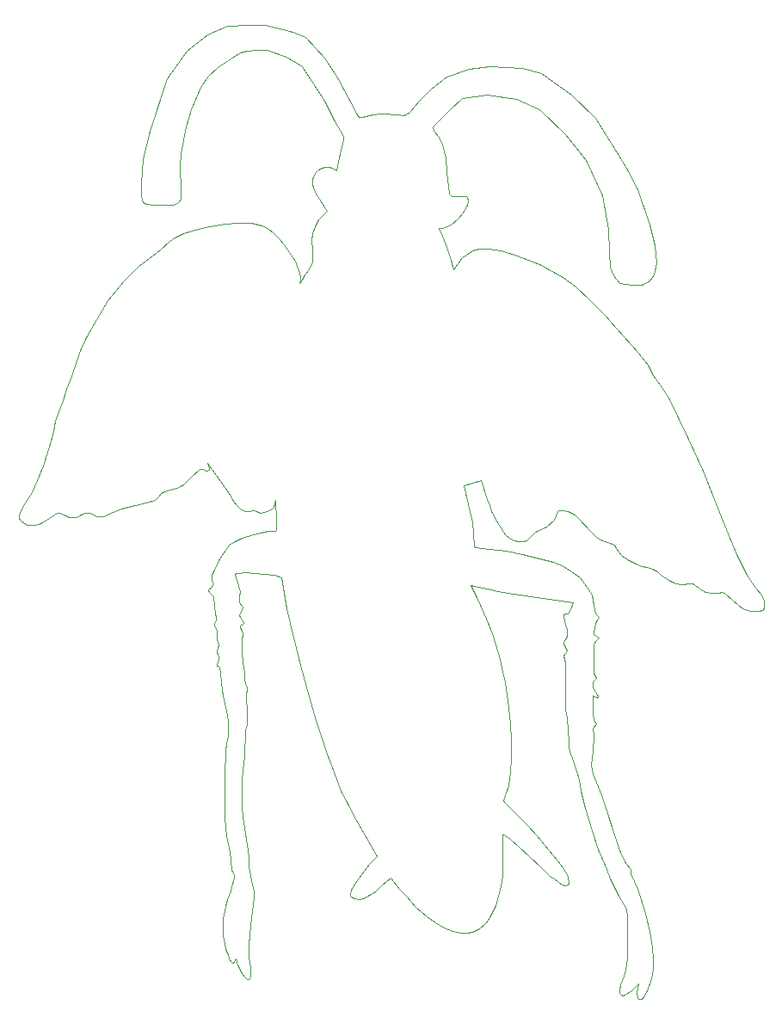
<source format=gm1>
G04 #@! TF.GenerationSoftware,KiCad,Pcbnew,5.1.4-e60b266~84~ubuntu19.04.1*
G04 #@! TF.CreationDate,2019-08-17T12:08:50-07:00*
G04 #@! TF.ProjectId,trevor2,74726576-6f72-4322-9e6b-696361645f70,rev?*
G04 #@! TF.SameCoordinates,Original*
G04 #@! TF.FileFunction,Profile,NP*
%FSLAX46Y46*%
G04 Gerber Fmt 4.6, Leading zero omitted, Abs format (unit mm)*
G04 Created by KiCad (PCBNEW 5.1.4-e60b266~84~ubuntu19.04.1) date 2019-08-17 12:08:50*
%MOMM*%
%LPD*%
G04 APERTURE LIST*
%ADD10C,0.050000*%
G04 APERTURE END LIST*
D10*
X142550000Y-68300000D02*
X142900000Y-67850000D01*
X154400000Y-69150000D02*
X154750000Y-69100000D01*
X134800000Y-142050000D02*
X135000000Y-142400000D01*
X134600000Y-141550000D02*
X134800000Y-142050000D01*
X134400000Y-140950000D02*
X134600000Y-141550000D01*
X134250000Y-141250000D02*
X134400000Y-140950000D01*
X134100000Y-141400000D02*
X134250000Y-141250000D01*
X134050000Y-141400000D02*
X134100000Y-141400000D01*
X133950000Y-141300000D02*
X134050000Y-141400000D01*
X174250000Y-145000000D02*
X174450000Y-144900000D01*
X174050000Y-145000000D02*
X174250000Y-145000000D01*
X173900000Y-144850000D02*
X174050000Y-145000000D01*
X173850000Y-144300000D02*
X173900000Y-144850000D01*
X174050000Y-143450000D02*
X173850000Y-144300000D01*
X173300000Y-144150000D02*
X174050000Y-143450000D01*
X172700000Y-144550000D02*
X173300000Y-144150000D01*
X172450000Y-144600000D02*
X172700000Y-144550000D01*
X172300000Y-144550000D02*
X172450000Y-144600000D01*
X172150000Y-144400000D02*
X172300000Y-144550000D01*
X160950000Y-99300000D02*
X160750000Y-99000000D01*
X161300000Y-99600000D02*
X160950000Y-99300000D01*
X161750000Y-99800000D02*
X161300000Y-99600000D01*
X162250000Y-99900000D02*
X161750000Y-99800000D01*
X162700000Y-99900000D02*
X162250000Y-99900000D01*
X163000000Y-99800000D02*
X162700000Y-99900000D01*
X163200000Y-99650000D02*
X163000000Y-99800000D01*
X163450000Y-99400000D02*
X163200000Y-99650000D01*
X150400000Y-57950000D02*
X150050000Y-57900000D01*
X150850000Y-58000000D02*
X150400000Y-57950000D01*
X151150000Y-57950000D02*
X150850000Y-58000000D01*
X151500000Y-57650000D02*
X151150000Y-57950000D01*
X152450000Y-56600000D02*
X151500000Y-57650000D01*
X153650000Y-55350000D02*
X152450000Y-56600000D01*
X155150000Y-54200000D02*
X153650000Y-55350000D01*
X157350000Y-53450000D02*
X155150000Y-54200000D01*
X159400000Y-53200000D02*
X157350000Y-53450000D01*
X162600000Y-53400000D02*
X159400000Y-53200000D01*
X164450000Y-53900000D02*
X162600000Y-53400000D01*
X167450000Y-56000000D02*
X164450000Y-53900000D01*
X169800000Y-58250000D02*
X167450000Y-56000000D01*
X172850000Y-63200000D02*
X169800000Y-58250000D01*
X173950000Y-65300000D02*
X172850000Y-63200000D01*
X175150000Y-68800000D02*
X173950000Y-65300000D01*
X149200000Y-57850000D02*
X150050000Y-57900000D01*
X148600000Y-57850000D02*
X149200000Y-57850000D01*
X147850000Y-57950000D02*
X148600000Y-57850000D01*
X147500000Y-58000000D02*
X147850000Y-57950000D01*
X147200000Y-58100000D02*
X147500000Y-58000000D01*
X146850000Y-58200000D02*
X147200000Y-58100000D01*
X146600000Y-58200000D02*
X146850000Y-58200000D01*
X146450000Y-58100000D02*
X146600000Y-58200000D01*
X146300000Y-57950000D02*
X146450000Y-58100000D01*
X145600000Y-56500000D02*
X146300000Y-57950000D01*
X144350000Y-54250000D02*
X145600000Y-56500000D01*
X143100000Y-52350000D02*
X144350000Y-54250000D01*
X141250000Y-50300000D02*
X143100000Y-52350000D01*
X139950000Y-49800000D02*
X141250000Y-50300000D01*
X137350000Y-49100000D02*
X139950000Y-49800000D01*
X135550000Y-49100000D02*
X137350000Y-49100000D01*
X133550000Y-49250000D02*
X135550000Y-49100000D01*
X131600000Y-50100000D02*
X133550000Y-49250000D01*
X129600000Y-51700000D02*
X131600000Y-50100000D01*
X127600000Y-54400000D02*
X129600000Y-51700000D01*
X125900000Y-59500000D02*
X127600000Y-54400000D01*
X125250000Y-62300000D02*
X125900000Y-59500000D01*
X125100000Y-64600000D02*
X125250000Y-62300000D01*
X125100000Y-66000000D02*
X125100000Y-64600000D01*
X125250000Y-66550000D02*
X125100000Y-66000000D01*
X125550000Y-66750000D02*
X125250000Y-66550000D01*
X126350000Y-66850000D02*
X125550000Y-66750000D01*
X144950000Y-60150000D02*
X145000000Y-60450000D01*
X144850000Y-59850000D02*
X144950000Y-60150000D01*
X144150000Y-58600000D02*
X144850000Y-59850000D01*
X143100000Y-56600000D02*
X144150000Y-58600000D01*
X140900000Y-53200000D02*
X143100000Y-56600000D01*
X139350000Y-52250000D02*
X140900000Y-53200000D01*
X137400000Y-51600000D02*
X139350000Y-52250000D01*
X136350000Y-51550000D02*
X137400000Y-51600000D01*
X135500000Y-51650000D02*
X136350000Y-51550000D01*
X134850000Y-51850000D02*
X135500000Y-51650000D01*
X133900000Y-52400000D02*
X134850000Y-51850000D01*
X132600000Y-53300000D02*
X133900000Y-52400000D01*
X131700000Y-54100000D02*
X132600000Y-53300000D01*
X130900000Y-55200000D02*
X131700000Y-54100000D01*
X130000000Y-57400000D02*
X130900000Y-55200000D01*
X129500000Y-59150000D02*
X130000000Y-57400000D01*
X129000000Y-61700000D02*
X129500000Y-59150000D01*
X128850000Y-63100000D02*
X129000000Y-61700000D01*
X128950000Y-65150000D02*
X128850000Y-63100000D01*
X128950000Y-66200000D02*
X128950000Y-65150000D01*
X128700000Y-66600000D02*
X128950000Y-66200000D01*
X128300000Y-66800000D02*
X128700000Y-66600000D01*
X127150000Y-66850000D02*
X128300000Y-66800000D01*
X126350000Y-66850000D02*
X127150000Y-66850000D01*
X144750000Y-61400000D02*
X145000000Y-60450000D01*
X144500000Y-62550000D02*
X144750000Y-61400000D01*
X144300000Y-63400000D02*
X144500000Y-62550000D01*
X143850000Y-63200000D02*
X144300000Y-63400000D01*
X143500000Y-63100000D02*
X143850000Y-63200000D01*
X143200000Y-63100000D02*
X143500000Y-63100000D01*
X142850000Y-63200000D02*
X143200000Y-63100000D01*
X142550000Y-63350000D02*
X142850000Y-63200000D01*
X142300000Y-63600000D02*
X142550000Y-63350000D01*
X142050000Y-64050000D02*
X142300000Y-63600000D01*
X141950000Y-64400000D02*
X142050000Y-64050000D01*
X141950000Y-64750000D02*
X141950000Y-64400000D01*
X142000000Y-65150000D02*
X141950000Y-64750000D01*
X142250000Y-65700000D02*
X142000000Y-65150000D01*
X142600000Y-66250000D02*
X142250000Y-65700000D01*
X143200000Y-67150000D02*
X142600000Y-66250000D01*
X143350000Y-67450000D02*
X143200000Y-67150000D01*
X142900000Y-67850000D02*
X143350000Y-67450000D01*
X142150000Y-68950000D02*
X142550000Y-68300000D01*
X141900000Y-69600000D02*
X142150000Y-68950000D01*
X141850000Y-70300000D02*
X141900000Y-69600000D01*
X141900000Y-71200000D02*
X141850000Y-70300000D01*
X141950000Y-71650000D02*
X141900000Y-71200000D01*
X141950000Y-72100000D02*
X141950000Y-71650000D01*
X141900000Y-72450000D02*
X141950000Y-72100000D01*
X141550000Y-73150000D02*
X141900000Y-72450000D01*
X141200000Y-73700000D02*
X141550000Y-73150000D01*
X140900000Y-74150000D02*
X141200000Y-73700000D01*
X140650000Y-74500000D02*
X140900000Y-74150000D01*
X140700000Y-74300000D02*
X140650000Y-74500000D01*
X140700000Y-73850000D02*
X140700000Y-74300000D01*
X140550000Y-73250000D02*
X140700000Y-73850000D01*
X140400000Y-72800000D02*
X140550000Y-73250000D01*
X140200000Y-72350000D02*
X140400000Y-72800000D01*
X140000000Y-71950000D02*
X140200000Y-72350000D01*
X139500000Y-71200000D02*
X140000000Y-71950000D01*
X139150000Y-70750000D02*
X139500000Y-71200000D01*
X138600000Y-70100000D02*
X139150000Y-70750000D01*
X138100000Y-69600000D02*
X138600000Y-70100000D01*
X137500000Y-69100000D02*
X138100000Y-69600000D01*
X136900000Y-68850000D02*
X137500000Y-69100000D01*
X135950000Y-68600000D02*
X136900000Y-68850000D01*
X134600000Y-68600000D02*
X135950000Y-68600000D01*
X133300000Y-68700000D02*
X134600000Y-68600000D01*
X131300000Y-69050000D02*
X133300000Y-68700000D01*
X130050000Y-69400000D02*
X131300000Y-69050000D01*
X129200000Y-69650000D02*
X130050000Y-69400000D01*
X128400000Y-70000000D02*
X129200000Y-69650000D01*
X127900000Y-70350000D02*
X128400000Y-70000000D01*
X126900000Y-71200000D02*
X127900000Y-70350000D01*
X126200000Y-71800000D02*
X126900000Y-71200000D01*
X125500000Y-72350000D02*
X126200000Y-71800000D01*
X125200000Y-72550000D02*
X125500000Y-72350000D01*
X124800000Y-72850000D02*
X125200000Y-72550000D01*
X124450000Y-73150000D02*
X124800000Y-72850000D01*
X123350000Y-74300000D02*
X124450000Y-73150000D01*
X122500000Y-75300000D02*
X123350000Y-74300000D01*
X121800000Y-76200000D02*
X122500000Y-75300000D01*
X121200000Y-77200000D02*
X121800000Y-76200000D01*
X120400000Y-78500000D02*
X121200000Y-77200000D01*
X119650000Y-79900000D02*
X120400000Y-78500000D01*
X119100000Y-81150000D02*
X119650000Y-79900000D01*
X118200000Y-83700000D02*
X119100000Y-81150000D01*
X117750000Y-84900000D02*
X118200000Y-83700000D01*
X117250000Y-86300000D02*
X117750000Y-84900000D01*
X116950000Y-87150000D02*
X117250000Y-86300000D01*
X116650000Y-88050000D02*
X116950000Y-87150000D01*
X116400000Y-89100000D02*
X116650000Y-88050000D01*
X116300000Y-89650000D02*
X116400000Y-89100000D01*
X116200000Y-90000000D02*
X116300000Y-89650000D01*
X115950000Y-90850000D02*
X116200000Y-90000000D01*
X115400000Y-92500000D02*
X115950000Y-90850000D01*
X114850000Y-93950000D02*
X115400000Y-92500000D01*
X114300000Y-95100000D02*
X114850000Y-93950000D01*
X113500000Y-96350000D02*
X114300000Y-95100000D01*
X113100000Y-97100000D02*
X113500000Y-96350000D01*
X113050000Y-97400000D02*
X113100000Y-97100000D01*
X113050000Y-97650000D02*
X113050000Y-97400000D01*
X113100000Y-97800000D02*
X113050000Y-97650000D01*
X113300000Y-98000000D02*
X113100000Y-97800000D01*
X113450000Y-98100000D02*
X113300000Y-98000000D01*
X113850000Y-98300000D02*
X113450000Y-98100000D01*
X114250000Y-98350000D02*
X113850000Y-98300000D01*
X114600000Y-98300000D02*
X114250000Y-98350000D01*
X115000000Y-98200000D02*
X114600000Y-98300000D01*
X115350000Y-98050000D02*
X115000000Y-98200000D01*
X115750000Y-97850000D02*
X115350000Y-98050000D01*
X116300000Y-97450000D02*
X115750000Y-97850000D01*
X116750000Y-97150000D02*
X116300000Y-97450000D01*
X117050000Y-97150000D02*
X116750000Y-97150000D01*
X117450000Y-97300000D02*
X117050000Y-97150000D01*
X117950000Y-97550000D02*
X117450000Y-97300000D01*
X118750000Y-97550000D02*
X117950000Y-97550000D01*
X119000000Y-97400000D02*
X118750000Y-97550000D01*
X119350000Y-97200000D02*
X119000000Y-97400000D01*
X119600000Y-97100000D02*
X119350000Y-97200000D01*
X119850000Y-97100000D02*
X119600000Y-97100000D01*
X120050000Y-97150000D02*
X119850000Y-97100000D01*
X120350000Y-97300000D02*
X120050000Y-97150000D01*
X120800000Y-97500000D02*
X120350000Y-97300000D01*
X121200000Y-97500000D02*
X120800000Y-97500000D01*
X121450000Y-97450000D02*
X121200000Y-97500000D01*
X121900000Y-97250000D02*
X121450000Y-97450000D01*
X123150000Y-96750000D02*
X121900000Y-97250000D01*
X124500000Y-96400000D02*
X123150000Y-96750000D01*
X125600000Y-96150000D02*
X124500000Y-96400000D01*
X126400000Y-95850000D02*
X125600000Y-96150000D01*
X126750000Y-95550000D02*
X126400000Y-95850000D01*
X127050000Y-95150000D02*
X126750000Y-95550000D01*
X127350000Y-95000000D02*
X127050000Y-95150000D01*
X127600000Y-94950000D02*
X127350000Y-95000000D01*
X128200000Y-94800000D02*
X127600000Y-94950000D01*
X128600000Y-94700000D02*
X128200000Y-94800000D01*
X128900000Y-94550000D02*
X128600000Y-94700000D01*
X129250000Y-94300000D02*
X128900000Y-94550000D01*
X129950000Y-93600000D02*
X129250000Y-94300000D01*
X130800000Y-92850000D02*
X129950000Y-93600000D01*
X131050000Y-92850000D02*
X130800000Y-92850000D01*
X131550000Y-92950000D02*
X131050000Y-92850000D01*
X131750000Y-92900000D02*
X131550000Y-92950000D01*
X131800000Y-92750000D02*
X131750000Y-92900000D01*
X131600000Y-92250000D02*
X131800000Y-92750000D01*
X133700000Y-95200000D02*
X131600000Y-92250000D01*
X134150000Y-95950000D02*
X133700000Y-95200000D01*
X134500000Y-96400000D02*
X134150000Y-95950000D01*
X134850000Y-96750000D02*
X134500000Y-96400000D01*
X135200000Y-96950000D02*
X134850000Y-96750000D01*
X135500000Y-97000000D02*
X135200000Y-96950000D01*
X135750000Y-96950000D02*
X135500000Y-97000000D01*
X136000000Y-96850000D02*
X135750000Y-96950000D01*
X136200000Y-96850000D02*
X136000000Y-96850000D01*
X136400000Y-97000000D02*
X136200000Y-96850000D01*
X136750000Y-97100000D02*
X136400000Y-97000000D01*
X137150000Y-97050000D02*
X136750000Y-97100000D01*
X137650000Y-96900000D02*
X137150000Y-97050000D01*
X137950000Y-96700000D02*
X137650000Y-96900000D01*
X138100000Y-96500000D02*
X137950000Y-96700000D01*
X138250000Y-95900000D02*
X138100000Y-96500000D01*
X138350000Y-97700000D02*
X138250000Y-95900000D01*
X138350000Y-98800000D02*
X138350000Y-97700000D01*
X138250000Y-98900000D02*
X138350000Y-98800000D01*
X138100000Y-98950000D02*
X138250000Y-98900000D01*
X137500000Y-98950000D02*
X138100000Y-98950000D01*
X136850000Y-99050000D02*
X137500000Y-98950000D01*
X136050000Y-99250000D02*
X136850000Y-99050000D01*
X135000000Y-99600000D02*
X136050000Y-99250000D01*
X134150000Y-100000000D02*
X135000000Y-99600000D01*
X133750000Y-100300000D02*
X134150000Y-100000000D01*
X133350000Y-100750000D02*
X133750000Y-100300000D01*
X132750000Y-101650000D02*
X133350000Y-100750000D01*
X132150000Y-102850000D02*
X132750000Y-101650000D01*
X132000000Y-103250000D02*
X132150000Y-102850000D01*
X132000000Y-103450000D02*
X132000000Y-103250000D01*
X132000000Y-103650000D02*
X132000000Y-103450000D01*
X132050000Y-103800000D02*
X132000000Y-103650000D01*
X132150000Y-104100000D02*
X132050000Y-103800000D01*
X131950000Y-104500000D02*
X132150000Y-104100000D01*
X131800000Y-104550000D02*
X131950000Y-104500000D01*
X131700000Y-104650000D02*
X131800000Y-104550000D01*
X131700000Y-104750000D02*
X131700000Y-104650000D01*
X131800000Y-104900000D02*
X131700000Y-104750000D01*
X132150000Y-105350000D02*
X131800000Y-104900000D01*
X132250000Y-106150000D02*
X132150000Y-105350000D01*
X132350000Y-107050000D02*
X132250000Y-106150000D01*
X132400000Y-107400000D02*
X132350000Y-107050000D01*
X132400000Y-107750000D02*
X132400000Y-107400000D01*
X132300000Y-107950000D02*
X132400000Y-107750000D01*
X132300000Y-108150000D02*
X132300000Y-107950000D01*
X132500000Y-108750000D02*
X132300000Y-108150000D01*
X132500000Y-109300000D02*
X132500000Y-108750000D01*
X132500000Y-109550000D02*
X132500000Y-109300000D01*
X132600000Y-109800000D02*
X132500000Y-109550000D01*
X132700000Y-110100000D02*
X132600000Y-109800000D01*
X132700000Y-110200000D02*
X132700000Y-110100000D01*
X132650000Y-110350000D02*
X132700000Y-110200000D01*
X132550000Y-110750000D02*
X132650000Y-110350000D01*
X132550000Y-110850000D02*
X132550000Y-110750000D01*
X132600000Y-111050000D02*
X132550000Y-110850000D01*
X132700000Y-111300000D02*
X132600000Y-111050000D01*
X132700000Y-111500000D02*
X132700000Y-111300000D01*
X132600000Y-111800000D02*
X132700000Y-111500000D01*
X132500000Y-112000000D02*
X132600000Y-111800000D01*
X132500000Y-112100000D02*
X132500000Y-112000000D01*
X132550000Y-112200000D02*
X132500000Y-112100000D01*
X132700000Y-112200000D02*
X132550000Y-112200000D01*
X132800000Y-112300000D02*
X132700000Y-112200000D01*
X132900000Y-112900000D02*
X132800000Y-112300000D01*
X133050000Y-114600000D02*
X132900000Y-112900000D01*
X133150000Y-115100000D02*
X133050000Y-114600000D01*
X133450000Y-116600000D02*
X133150000Y-115100000D01*
X133600000Y-117550000D02*
X133450000Y-116600000D01*
X133650000Y-118200000D02*
X133600000Y-117550000D01*
X133650000Y-119050000D02*
X133650000Y-118200000D01*
X133500000Y-119850000D02*
X133650000Y-119050000D01*
X133400000Y-120500000D02*
X133500000Y-119850000D01*
X133350000Y-121000000D02*
X133400000Y-120500000D01*
X133300000Y-122500000D02*
X133350000Y-121000000D01*
X133300000Y-123800000D02*
X133300000Y-122500000D01*
X133300000Y-125200000D02*
X133300000Y-123800000D01*
X133300000Y-126000000D02*
X133300000Y-125200000D01*
X133300000Y-126950000D02*
X133300000Y-126000000D01*
X133400000Y-128100000D02*
X133300000Y-126950000D01*
X133500000Y-128850000D02*
X133400000Y-128100000D01*
X133800000Y-130500000D02*
X133500000Y-128850000D01*
X133900000Y-131250000D02*
X133800000Y-130500000D01*
X133950000Y-132250000D02*
X133900000Y-131250000D01*
X134050000Y-132450000D02*
X133950000Y-132250000D01*
X134250000Y-132700000D02*
X134050000Y-132450000D01*
X134250000Y-133050000D02*
X134250000Y-132700000D01*
X134000000Y-133850000D02*
X134250000Y-133050000D01*
X133850000Y-134300000D02*
X134000000Y-133850000D01*
X133550000Y-135150000D02*
X133850000Y-134300000D01*
X133350000Y-135850000D02*
X133550000Y-135150000D01*
X133200000Y-136650000D02*
X133350000Y-135850000D01*
X133150000Y-136950000D02*
X133200000Y-136650000D01*
X133100000Y-137850000D02*
X133150000Y-136950000D01*
X133150000Y-138750000D02*
X133100000Y-137850000D01*
X133250000Y-139350000D02*
X133150000Y-138750000D01*
X133400000Y-140050000D02*
X133250000Y-139350000D01*
X133600000Y-140600000D02*
X133400000Y-140050000D01*
X133750000Y-140950000D02*
X133600000Y-140600000D01*
X133950000Y-141300000D02*
X133750000Y-140950000D01*
X135200000Y-142750000D02*
X135000000Y-142400000D01*
X135500000Y-143000000D02*
X135200000Y-142750000D01*
X135650000Y-143000000D02*
X135500000Y-143000000D01*
X135750000Y-142900000D02*
X135650000Y-143000000D01*
X135850000Y-142700000D02*
X135750000Y-142900000D01*
X135850000Y-142500000D02*
X135850000Y-142700000D01*
X135800000Y-141950000D02*
X135850000Y-142500000D01*
X135700000Y-140850000D02*
X135800000Y-141950000D01*
X135700000Y-139650000D02*
X135700000Y-140850000D01*
X135750000Y-138600000D02*
X135700000Y-139650000D01*
X135950000Y-136900000D02*
X135750000Y-138600000D01*
X136100000Y-135650000D02*
X135950000Y-136900000D01*
X136150000Y-134900000D02*
X136100000Y-135650000D01*
X136150000Y-134350000D02*
X136150000Y-134900000D01*
X136100000Y-133950000D02*
X136150000Y-134350000D01*
X135950000Y-133350000D02*
X136100000Y-133950000D01*
X135800000Y-132750000D02*
X135950000Y-133350000D01*
X135700000Y-131950000D02*
X135800000Y-132750000D01*
X135650000Y-131100000D02*
X135700000Y-131950000D01*
X135550000Y-130200000D02*
X135650000Y-131100000D01*
X135500000Y-129800000D02*
X135550000Y-130200000D01*
X135250000Y-128150000D02*
X135500000Y-129800000D01*
X135100000Y-127050000D02*
X135250000Y-128150000D01*
X135000000Y-126000000D02*
X135100000Y-127050000D01*
X135000000Y-123350000D02*
X135000000Y-126000000D01*
X135050000Y-122450000D02*
X135000000Y-123350000D01*
X135200000Y-121000000D02*
X135050000Y-122450000D01*
X135250000Y-120500000D02*
X135200000Y-121000000D01*
X135300000Y-119150000D02*
X135250000Y-120500000D01*
X135350000Y-118450000D02*
X135300000Y-119150000D01*
X135450000Y-117950000D02*
X135350000Y-118450000D01*
X135500000Y-117300000D02*
X135450000Y-117950000D01*
X135500000Y-116700000D02*
X135500000Y-117300000D01*
X135400000Y-115250000D02*
X135500000Y-116700000D01*
X135450000Y-114250000D02*
X135400000Y-115250000D01*
X135300000Y-113950000D02*
X135450000Y-114250000D01*
X135250000Y-113350000D02*
X135300000Y-113950000D01*
X135200000Y-112850000D02*
X135250000Y-113350000D01*
X135050000Y-111800000D02*
X135200000Y-112850000D01*
X134950000Y-110800000D02*
X135050000Y-111800000D01*
X134950000Y-109500000D02*
X134950000Y-110800000D01*
X135050000Y-109150000D02*
X134950000Y-109500000D01*
X135050000Y-108950000D02*
X135050000Y-109150000D01*
X135000000Y-108750000D02*
X135050000Y-108950000D01*
X134850000Y-108400000D02*
X135000000Y-108750000D01*
X134850000Y-108200000D02*
X134850000Y-108400000D01*
X135100000Y-108050000D02*
X134850000Y-108200000D01*
X135150000Y-107950000D02*
X135100000Y-108050000D01*
X135150000Y-107900000D02*
X135150000Y-107950000D01*
X134850000Y-107400000D02*
X135150000Y-107900000D01*
X134750000Y-107200000D02*
X134850000Y-107400000D01*
X134950000Y-106650000D02*
X134750000Y-107200000D01*
X135050000Y-106400000D02*
X134950000Y-106650000D01*
X135000000Y-106250000D02*
X135050000Y-106400000D01*
X134900000Y-106200000D02*
X135000000Y-106250000D01*
X134800000Y-106050000D02*
X134900000Y-106200000D01*
X134750000Y-105900000D02*
X134800000Y-106050000D01*
X134750000Y-105700000D02*
X134750000Y-105900000D01*
X134750000Y-105200000D02*
X134750000Y-105700000D01*
X134800000Y-105000000D02*
X134750000Y-105200000D01*
X134800000Y-104800000D02*
X134800000Y-105000000D01*
X134750000Y-104600000D02*
X134800000Y-104800000D01*
X134550000Y-104000000D02*
X134750000Y-104600000D01*
X134400000Y-103500000D02*
X134550000Y-104000000D01*
X134300000Y-103250000D02*
X134400000Y-103500000D01*
X134300000Y-103150000D02*
X134300000Y-103250000D01*
X134500000Y-103050000D02*
X134300000Y-103150000D01*
X135300000Y-103000000D02*
X134500000Y-103050000D01*
X137200000Y-103150000D02*
X135300000Y-103000000D01*
X138200000Y-103250000D02*
X137200000Y-103150000D01*
X138900000Y-103450000D02*
X138200000Y-103250000D01*
X139400000Y-106500000D02*
X138900000Y-103450000D01*
X139700000Y-107950000D02*
X139400000Y-106500000D01*
X140650000Y-111750000D02*
X139700000Y-107950000D01*
X141450000Y-114550000D02*
X140650000Y-111750000D01*
X142300000Y-117550000D02*
X141450000Y-114550000D01*
X143400000Y-120850000D02*
X142300000Y-117550000D01*
X144000000Y-122600000D02*
X143400000Y-120850000D01*
X144750000Y-124450000D02*
X144000000Y-122600000D01*
X145300000Y-125550000D02*
X144750000Y-124450000D01*
X146350000Y-127550000D02*
X145300000Y-125550000D01*
X147150000Y-129000000D02*
X146350000Y-127550000D01*
X148250000Y-130950000D02*
X147150000Y-129000000D01*
X147550000Y-131700000D02*
X148250000Y-130950000D01*
X146750000Y-132700000D02*
X147550000Y-131700000D01*
X146100000Y-133600000D02*
X146750000Y-132700000D01*
X145750000Y-134200000D02*
X146100000Y-133600000D01*
X145650000Y-134600000D02*
X145750000Y-134200000D01*
X145650000Y-134800000D02*
X145650000Y-134600000D01*
X145700000Y-134900000D02*
X145650000Y-134800000D01*
X146100000Y-135100000D02*
X145700000Y-134900000D01*
X146500000Y-135150000D02*
X146100000Y-135100000D01*
X146950000Y-135050000D02*
X146500000Y-135150000D01*
X147550000Y-134750000D02*
X146950000Y-135050000D01*
X148100000Y-134350000D02*
X147550000Y-134750000D01*
X148800000Y-133750000D02*
X148100000Y-134350000D01*
X149650000Y-133050000D02*
X148800000Y-133750000D01*
X150500000Y-134100000D02*
X149650000Y-133050000D01*
X151150000Y-134850000D02*
X150500000Y-134100000D01*
X152100000Y-135900000D02*
X151150000Y-134850000D01*
X153200000Y-136850000D02*
X152100000Y-135900000D01*
X154050000Y-137450000D02*
X153200000Y-136850000D01*
X154850000Y-137900000D02*
X154050000Y-137450000D01*
X155700000Y-138250000D02*
X154850000Y-137900000D01*
X156600000Y-138450000D02*
X155700000Y-138250000D01*
X157150000Y-138450000D02*
X156600000Y-138450000D01*
X157700000Y-138350000D02*
X157150000Y-138450000D01*
X158350000Y-138050000D02*
X157700000Y-138350000D01*
X158950000Y-137500000D02*
X158350000Y-138050000D01*
X159400000Y-136900000D02*
X158950000Y-137500000D01*
X159950000Y-135700000D02*
X159400000Y-136900000D01*
X160250000Y-134850000D02*
X159950000Y-135700000D01*
X160450000Y-133850000D02*
X160250000Y-134850000D01*
X160600000Y-132800000D02*
X160450000Y-133850000D01*
X160650000Y-131600000D02*
X160600000Y-132800000D01*
X160650000Y-130300000D02*
X160650000Y-131600000D01*
X160650000Y-128700000D02*
X160650000Y-130300000D01*
X161400000Y-129250000D02*
X160650000Y-128700000D01*
X162150000Y-129900000D02*
X161400000Y-129250000D01*
X163350000Y-131000000D02*
X162150000Y-129900000D01*
X164350000Y-131950000D02*
X163350000Y-131000000D01*
X165300000Y-132850000D02*
X164350000Y-131950000D01*
X165700000Y-133150000D02*
X165300000Y-132850000D01*
X166500000Y-133700000D02*
X165700000Y-133150000D01*
X166850000Y-133800000D02*
X166500000Y-133700000D01*
X167100000Y-133700000D02*
X166850000Y-133800000D01*
X167150000Y-133500000D02*
X167100000Y-133700000D01*
X167050000Y-132850000D02*
X167150000Y-133500000D01*
X166600000Y-132050000D02*
X167050000Y-132850000D01*
X166050000Y-131350000D02*
X166600000Y-132050000D01*
X165100000Y-130200000D02*
X166050000Y-131350000D01*
X164000000Y-128900000D02*
X165100000Y-130200000D01*
X163100000Y-127900000D02*
X164000000Y-128900000D01*
X161350000Y-126100000D02*
X163100000Y-127900000D01*
X160800000Y-125550000D02*
X161350000Y-126100000D01*
X160750000Y-125400000D02*
X160800000Y-125550000D01*
X161000000Y-124650000D02*
X160750000Y-125400000D01*
X161200000Y-123950000D02*
X161000000Y-124650000D01*
X161400000Y-122500000D02*
X161200000Y-123950000D01*
X161500000Y-121350000D02*
X161400000Y-122500000D01*
X161500000Y-119400000D02*
X161500000Y-121350000D01*
X161400000Y-117850000D02*
X161500000Y-119400000D01*
X161150000Y-115600000D02*
X161400000Y-117850000D01*
X160850000Y-113850000D02*
X161150000Y-115600000D01*
X160550000Y-112350000D02*
X160850000Y-113850000D01*
X160350000Y-111550000D02*
X160550000Y-112350000D01*
X159950000Y-110100000D02*
X160350000Y-111550000D01*
X159600000Y-109000000D02*
X159950000Y-110100000D01*
X159050000Y-107550000D02*
X159600000Y-109000000D01*
X158550000Y-106400000D02*
X159050000Y-107550000D01*
X158000000Y-105250000D02*
X158550000Y-106400000D01*
X157500000Y-104250000D02*
X158000000Y-105250000D01*
X157850000Y-104300000D02*
X157500000Y-104250000D01*
X159150000Y-104600000D02*
X157850000Y-104300000D01*
X160250000Y-104800000D02*
X159150000Y-104600000D01*
X161150000Y-105000000D02*
X160250000Y-104800000D01*
X164650000Y-105500000D02*
X161150000Y-105000000D01*
X167550000Y-105900000D02*
X164650000Y-105500000D01*
X167350000Y-106600000D02*
X167550000Y-105900000D01*
X167050000Y-107000000D02*
X167350000Y-106600000D01*
X166850000Y-107000000D02*
X167050000Y-107000000D01*
X166650000Y-107100000D02*
X166850000Y-107000000D01*
X166650000Y-107300000D02*
X166650000Y-107100000D01*
X166850000Y-108100000D02*
X166650000Y-107300000D01*
X166950000Y-108600000D02*
X166850000Y-108100000D01*
X166950000Y-109200000D02*
X166950000Y-108600000D01*
X166850000Y-109600000D02*
X166950000Y-109200000D01*
X166750000Y-109700000D02*
X166850000Y-109600000D01*
X166650000Y-109900000D02*
X166750000Y-109700000D01*
X166650000Y-110000000D02*
X166650000Y-109900000D01*
X166950000Y-110700000D02*
X166650000Y-110000000D01*
X166850000Y-110900000D02*
X166950000Y-110700000D01*
X166750000Y-111000000D02*
X166850000Y-110900000D01*
X166650000Y-111200000D02*
X166750000Y-111000000D01*
X166750000Y-111500000D02*
X166650000Y-111200000D01*
X166850000Y-111900000D02*
X166750000Y-111500000D01*
X166850000Y-113500000D02*
X166850000Y-111900000D01*
X166850000Y-115700000D02*
X166850000Y-113500000D01*
X166850000Y-116400000D02*
X166850000Y-115700000D01*
X166950000Y-117300000D02*
X166850000Y-116400000D01*
X167150000Y-119700000D02*
X166950000Y-117300000D01*
X167150000Y-120200000D02*
X167150000Y-119700000D01*
X167250000Y-120600000D02*
X167150000Y-120200000D01*
X167550000Y-121500000D02*
X167250000Y-120600000D01*
X167950000Y-122500000D02*
X167550000Y-121500000D01*
X168150000Y-123400000D02*
X167950000Y-122500000D01*
X168350000Y-124500000D02*
X168150000Y-123400000D01*
X168750000Y-126200000D02*
X168350000Y-124500000D01*
X169450000Y-128400000D02*
X168750000Y-126200000D01*
X170050000Y-130200000D02*
X169450000Y-128400000D01*
X170450000Y-131200000D02*
X170050000Y-130200000D01*
X170850000Y-132200000D02*
X170450000Y-131200000D01*
X171250000Y-133100000D02*
X170850000Y-132200000D01*
X171650000Y-134000000D02*
X171250000Y-133100000D01*
X172050000Y-134800000D02*
X171650000Y-134000000D01*
X172850000Y-136100000D02*
X172050000Y-134800000D01*
X172950000Y-136800000D02*
X172850000Y-136100000D01*
X172950000Y-140900000D02*
X172950000Y-136800000D01*
X172850000Y-141500000D02*
X172950000Y-140900000D01*
X172750000Y-142100000D02*
X172850000Y-141500000D01*
X172550000Y-142700000D02*
X172750000Y-142100000D01*
X172250000Y-143500000D02*
X172550000Y-142700000D01*
X172150000Y-144000000D02*
X172250000Y-143500000D01*
X172150000Y-144400000D02*
X172150000Y-144000000D01*
X174850000Y-144100000D02*
X174450000Y-144900000D01*
X175250000Y-142900000D02*
X174850000Y-144100000D01*
X175450000Y-142000000D02*
X175250000Y-142900000D01*
X175450000Y-141100000D02*
X175450000Y-142000000D01*
X175350000Y-139800000D02*
X175450000Y-141100000D01*
X175150000Y-138400000D02*
X175350000Y-139800000D01*
X174650000Y-136500000D02*
X175150000Y-138400000D01*
X173950000Y-134100000D02*
X174650000Y-136500000D01*
X173250000Y-132600000D02*
X173950000Y-134100000D01*
X173250000Y-132200000D02*
X173250000Y-132600000D01*
X172750000Y-131600000D02*
X173250000Y-132200000D01*
X172150000Y-130300000D02*
X172750000Y-131600000D01*
X170350000Y-124900000D02*
X172150000Y-130300000D01*
X169550000Y-122800000D02*
X170350000Y-124900000D01*
X169350000Y-121900000D02*
X169550000Y-122800000D01*
X169550000Y-120500000D02*
X169350000Y-121900000D01*
X169650000Y-119100000D02*
X169550000Y-120500000D01*
X169550000Y-118300000D02*
X169650000Y-119100000D01*
X169850000Y-117900000D02*
X169550000Y-118300000D01*
X169650000Y-117500000D02*
X169850000Y-117900000D01*
X169550000Y-116800000D02*
X169650000Y-117500000D01*
X169550000Y-115100000D02*
X169550000Y-116800000D01*
X169950000Y-115300000D02*
X169550000Y-115100000D01*
X170050000Y-115200000D02*
X169950000Y-115300000D01*
X169950000Y-115000000D02*
X170050000Y-115200000D01*
X169650000Y-114500000D02*
X169950000Y-115000000D01*
X169550000Y-114200000D02*
X169650000Y-114500000D01*
X169550000Y-113700000D02*
X169550000Y-114200000D01*
X169850000Y-113400000D02*
X169550000Y-113700000D01*
X169650000Y-112900000D02*
X169850000Y-113400000D01*
X169650000Y-111800000D02*
X169650000Y-112900000D01*
X169650000Y-111300000D02*
X169650000Y-111800000D01*
X169650000Y-110000000D02*
X169650000Y-111300000D01*
X169850000Y-109700000D02*
X169650000Y-110000000D01*
X169950000Y-109600000D02*
X169850000Y-109700000D01*
X170150000Y-109400000D02*
X169950000Y-109600000D01*
X169650000Y-109100000D02*
X170150000Y-109400000D01*
X169650000Y-108800000D02*
X169650000Y-109100000D01*
X169750000Y-108000000D02*
X169650000Y-108800000D01*
X169950000Y-107600000D02*
X169750000Y-108000000D01*
X170150000Y-107400000D02*
X169950000Y-107600000D01*
X170050000Y-107300000D02*
X170150000Y-107400000D01*
X169750000Y-107000000D02*
X170050000Y-107300000D01*
X169650000Y-106200000D02*
X169750000Y-107000000D01*
X169450000Y-105200000D02*
X169650000Y-106200000D01*
X168950000Y-104400000D02*
X169450000Y-105200000D01*
X168250000Y-103500000D02*
X168950000Y-104400000D01*
X167450000Y-102900000D02*
X168250000Y-103500000D01*
X166450000Y-102300000D02*
X167450000Y-102900000D01*
X165650000Y-102000000D02*
X166450000Y-102300000D01*
X162550000Y-101200000D02*
X165650000Y-102000000D01*
X160950000Y-100900000D02*
X162550000Y-101200000D01*
X159350000Y-100700000D02*
X160950000Y-100900000D01*
X158050000Y-100500000D02*
X159350000Y-100700000D01*
X157850000Y-100400000D02*
X158050000Y-100500000D01*
X157750000Y-99100000D02*
X157850000Y-100400000D01*
X157650000Y-98100000D02*
X157750000Y-99100000D01*
X157250000Y-96300000D02*
X157650000Y-98100000D01*
X156850000Y-94400000D02*
X157250000Y-96300000D01*
X158550000Y-93900000D02*
X156850000Y-94400000D01*
X159150000Y-95800000D02*
X158550000Y-93900000D01*
X159350000Y-96400000D02*
X159150000Y-95800000D01*
X159550000Y-97000000D02*
X159350000Y-96400000D01*
X160150000Y-98100000D02*
X159550000Y-97000000D01*
X160450000Y-98600000D02*
X160150000Y-98100000D01*
X160750000Y-99000000D02*
X160450000Y-98600000D01*
X163850000Y-99000000D02*
X163450000Y-99400000D01*
X164950000Y-98500000D02*
X163850000Y-99000000D01*
X165750000Y-97800000D02*
X164950000Y-98500000D01*
X165850000Y-97400000D02*
X165750000Y-97800000D01*
X165950000Y-97100000D02*
X165850000Y-97400000D01*
X166150000Y-96900000D02*
X165950000Y-97100000D01*
X166450000Y-96900000D02*
X166150000Y-96900000D01*
X167050000Y-97000000D02*
X166450000Y-96900000D01*
X167450000Y-97100000D02*
X167050000Y-97000000D01*
X167750000Y-97300000D02*
X167450000Y-97100000D01*
X168050000Y-97600000D02*
X167750000Y-97300000D01*
X169250000Y-98900000D02*
X168050000Y-97600000D01*
X169850000Y-99500000D02*
X169250000Y-98900000D01*
X170450000Y-99800000D02*
X169850000Y-99500000D01*
X170950000Y-100000000D02*
X170450000Y-99800000D01*
X171650000Y-100300000D02*
X170950000Y-100000000D01*
X171850000Y-100600000D02*
X171650000Y-100300000D01*
X172350000Y-101300000D02*
X171850000Y-100600000D01*
X172950000Y-101700000D02*
X172350000Y-101300000D01*
X173750000Y-102100000D02*
X172950000Y-101700000D01*
X174350000Y-102400000D02*
X173750000Y-102100000D01*
X174850000Y-102500000D02*
X174350000Y-102400000D01*
X175350000Y-102600000D02*
X174850000Y-102500000D01*
X175850000Y-102900000D02*
X175350000Y-102600000D01*
X176250000Y-103200000D02*
X175850000Y-102900000D01*
X176950000Y-103700000D02*
X176250000Y-103200000D01*
X177450000Y-104000000D02*
X176950000Y-103700000D01*
X178050000Y-104200000D02*
X177450000Y-104000000D01*
X178450000Y-104200000D02*
X178050000Y-104200000D01*
X178950000Y-104100000D02*
X178450000Y-104200000D01*
X179350000Y-104100000D02*
X178950000Y-104100000D01*
X179550000Y-104200000D02*
X179350000Y-104100000D01*
X180050000Y-104600000D02*
X179550000Y-104200000D01*
X180650000Y-104900000D02*
X180050000Y-104600000D01*
X181250000Y-105000000D02*
X180650000Y-104900000D01*
X181850000Y-105000000D02*
X181250000Y-105000000D01*
X182250000Y-104900000D02*
X181850000Y-105000000D01*
X182450000Y-105000000D02*
X182250000Y-104900000D01*
X183350000Y-105800000D02*
X182450000Y-105000000D01*
X184250000Y-106500000D02*
X183350000Y-105800000D01*
X185050000Y-106800000D02*
X184250000Y-106500000D01*
X185750000Y-106800000D02*
X185050000Y-106800000D01*
X186250000Y-106700000D02*
X185750000Y-106800000D01*
X186350000Y-106400000D02*
X186250000Y-106700000D01*
X186350000Y-105800000D02*
X186350000Y-106400000D01*
X186150000Y-105200000D02*
X186350000Y-105800000D01*
X185550000Y-104500000D02*
X186150000Y-105200000D01*
X184650000Y-103200000D02*
X185550000Y-104500000D01*
X184250000Y-102400000D02*
X184650000Y-103200000D01*
X183650000Y-101200000D02*
X184250000Y-102400000D01*
X182850000Y-99200000D02*
X183650000Y-101200000D01*
X181650000Y-96200000D02*
X182850000Y-99200000D01*
X180350000Y-93000000D02*
X181650000Y-96200000D01*
X178850000Y-89700000D02*
X180350000Y-93000000D01*
X177950000Y-87700000D02*
X178850000Y-89700000D01*
X176950000Y-85800000D02*
X177950000Y-87700000D01*
X176150000Y-84500000D02*
X176950000Y-85800000D01*
X175450000Y-83600000D02*
X176150000Y-84500000D01*
X174950000Y-82600000D02*
X175450000Y-83600000D01*
X174050000Y-81400000D02*
X174950000Y-82600000D01*
X171850000Y-78900000D02*
X174050000Y-81400000D01*
X170750000Y-77700000D02*
X171850000Y-78900000D01*
X169150000Y-76100000D02*
X170750000Y-77700000D01*
X167850000Y-74900000D02*
X169150000Y-76100000D01*
X166550000Y-73900000D02*
X167850000Y-74900000D01*
X164250000Y-72700000D02*
X166550000Y-73900000D01*
X162050000Y-71800000D02*
X164250000Y-72700000D01*
X160450000Y-71300000D02*
X162050000Y-71800000D01*
X159250000Y-71100000D02*
X160450000Y-71300000D01*
X158350000Y-71100000D02*
X159250000Y-71100000D01*
X157650000Y-71300000D02*
X158350000Y-71100000D01*
X157050000Y-71700000D02*
X157650000Y-71300000D01*
X156650000Y-72000000D02*
X157050000Y-71700000D01*
X156250000Y-72600000D02*
X156650000Y-72000000D01*
X155850000Y-73200000D02*
X156250000Y-72600000D01*
X155750000Y-72900000D02*
X155850000Y-73200000D01*
X155550000Y-72250000D02*
X155750000Y-72900000D01*
X155300000Y-71450000D02*
X155550000Y-72250000D01*
X155050000Y-70700000D02*
X155300000Y-71450000D01*
X154750000Y-69900000D02*
X155050000Y-70700000D01*
X154400000Y-69150000D02*
X154750000Y-69900000D01*
X155550000Y-68800000D02*
X154750000Y-69100000D01*
X156250000Y-68200000D02*
X155550000Y-68800000D01*
X156750000Y-67600000D02*
X156250000Y-68200000D01*
X157150000Y-66800000D02*
X156750000Y-67600000D01*
X157250000Y-66400000D02*
X157150000Y-66800000D01*
X157150000Y-66100000D02*
X157250000Y-66400000D01*
X157050000Y-66000000D02*
X157150000Y-66100000D01*
X156650000Y-66000000D02*
X157050000Y-66000000D01*
X155650000Y-66000000D02*
X156650000Y-66000000D01*
X155350000Y-65700000D02*
X155650000Y-66000000D01*
X155150000Y-63600000D02*
X155350000Y-65700000D01*
X155050000Y-62200000D02*
X155150000Y-63600000D01*
X154750000Y-60900000D02*
X155050000Y-62200000D01*
X154350000Y-60100000D02*
X154750000Y-60900000D01*
X153850000Y-59500000D02*
X154350000Y-60100000D01*
X153750000Y-59100000D02*
X153850000Y-59500000D01*
X155450000Y-57400000D02*
X153750000Y-59100000D01*
X156650000Y-56300000D02*
X155450000Y-57400000D01*
X159150000Y-56000000D02*
X156650000Y-56300000D01*
X161950000Y-56400000D02*
X159150000Y-56000000D01*
X164250000Y-57400000D02*
X161950000Y-56400000D01*
X166850000Y-59900000D02*
X164250000Y-57400000D01*
X168850000Y-62400000D02*
X166850000Y-59900000D01*
X170450000Y-65900000D02*
X168850000Y-62400000D01*
X171050000Y-69200000D02*
X170450000Y-65900000D01*
X171150000Y-71500000D02*
X171050000Y-69200000D01*
X171250000Y-72900000D02*
X171150000Y-71500000D01*
X171550000Y-73800000D02*
X171250000Y-72900000D01*
X172150000Y-74500000D02*
X171550000Y-73800000D01*
X173350000Y-74700000D02*
X172150000Y-74500000D01*
X174350000Y-74700000D02*
X173350000Y-74700000D01*
X175150000Y-74300000D02*
X174350000Y-74700000D01*
X175550000Y-73700000D02*
X175150000Y-74300000D01*
X175750000Y-72500000D02*
X175550000Y-73700000D01*
X175650000Y-70800000D02*
X175750000Y-72500000D01*
X175150000Y-68800000D02*
X175650000Y-70800000D01*
M02*

</source>
